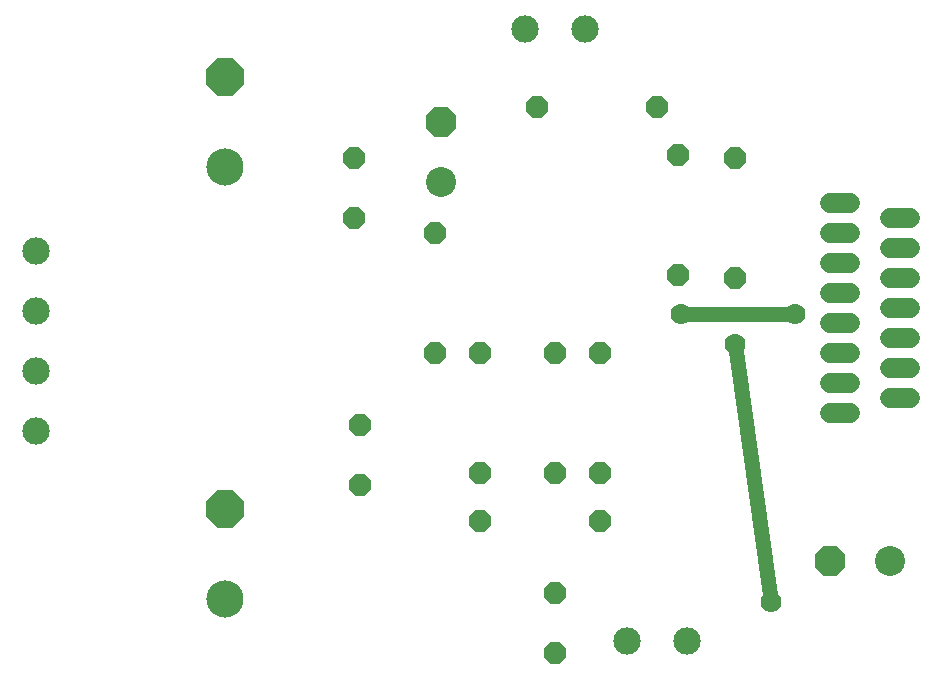
<source format=gbr>
G75*
%MOMM*%
%OFA0B0*%
%FSLAX33Y33*%
%IPPOS*%
%LPD*%
%AMOC8*
5,1,8,0,0,1.08239X$1,22.5*
%
%ADD10C,3.150*%
%ADD11OC8,3.150*%
%ADD12OC8,1.829*%
%ADD13C,2.540*%
%ADD14OC8,2.540*%
%ADD15C,1.716*%
%ADD16C,2.316*%
%ADD17C,1.778*%
%ADD18C,1.270*%
D10*
X20574Y08636D03*
X20574Y45212D03*
D11*
X20574Y52832D03*
X20574Y16256D03*
D12*
X32004Y18288D03*
X32004Y23368D03*
X38354Y29464D03*
X42164Y29464D03*
X48514Y29489D03*
X52324Y29464D03*
X58928Y36093D03*
X63754Y35789D03*
X63754Y45949D03*
X58928Y46253D03*
X57150Y50292D03*
X46990Y50292D03*
X38354Y39624D03*
X31496Y40894D03*
X31496Y45974D03*
X42164Y19304D03*
X48514Y19329D03*
X52324Y19304D03*
X52324Y15240D03*
X48514Y09144D03*
X48514Y04064D03*
X42164Y15240D03*
D13*
X76911Y11887D03*
X38862Y43942D03*
D14*
X38862Y49022D03*
X71831Y11887D03*
D15*
X71786Y24384D02*
X73502Y24384D01*
X76866Y25654D02*
X78582Y25654D01*
X78582Y28194D02*
X76866Y28194D01*
X73502Y26924D02*
X71786Y26924D01*
X71786Y29464D02*
X73502Y29464D01*
X76866Y30734D02*
X78582Y30734D01*
X78582Y33274D02*
X76866Y33274D01*
X73502Y32004D02*
X71786Y32004D01*
X71786Y34544D02*
X73502Y34544D01*
X76866Y35814D02*
X78582Y35814D01*
X78582Y38354D02*
X76866Y38354D01*
X73502Y37084D02*
X71786Y37084D01*
X71786Y39624D02*
X73502Y39624D01*
X76866Y40894D02*
X78582Y40894D01*
X73502Y42164D02*
X71786Y42164D01*
D16*
X51075Y56871D03*
X45995Y56871D03*
X04597Y38121D03*
X04597Y33041D03*
X04597Y27961D03*
X04597Y22881D03*
X54589Y05105D03*
X59669Y05105D03*
D17*
X66802Y08382D03*
X63754Y30226D03*
X59182Y32766D03*
X68834Y32766D03*
D18*
X59182Y32766D01*
X63754Y30226D02*
X66802Y08382D01*
M02*

</source>
